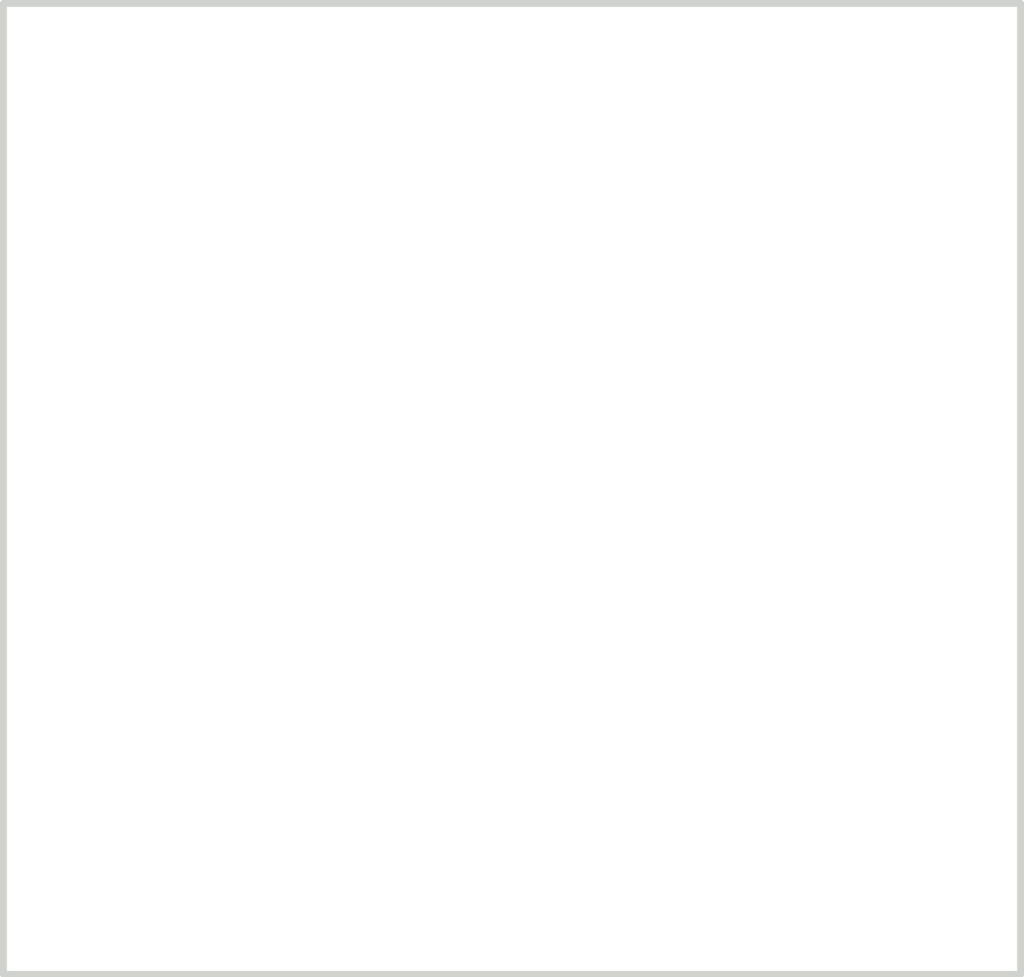
<source format=kicad_pcb>

            
(kicad_pcb (version 20171130) (host pcbnew 5.1.6)

  (page A3)
  (title_block
    (title key_diode)
    (rev v1.0.0)
    (company Unknown)
  )

  (general
    (thickness 1.6)
  )

  (layers
    (0 F.Cu signal)
    (31 B.Cu signal)
    (32 B.Adhes user)
    (33 F.Adhes user)
    (34 B.Paste user)
    (35 F.Paste user)
    (36 B.SilkS user)
    (37 F.SilkS user)
    (38 B.Mask user)
    (39 F.Mask user)
    (40 Dwgs.User user)
    (41 Cmts.User user)
    (42 Eco1.User user)
    (43 Eco2.User user)
    (44 Edge.Cuts user)
    (45 Margin user)
    (46 B.CrtYd user)
    (47 F.CrtYd user)
    (48 B.Fab user)
    (49 F.Fab user)
  )

  (setup
    (last_trace_width 0.25)
    (trace_clearance 0.2)
    (zone_clearance 0.508)
    (zone_45_only no)
    (trace_min 0.2)
    (via_size 0.8)
    (via_drill 0.4)
    (via_min_size 0.4)
    (via_min_drill 0.3)
    (uvia_size 0.3)
    (uvia_drill 0.1)
    (uvias_allowed no)
    (uvia_min_size 0.2)
    (uvia_min_drill 0.1)
    (edge_width 0.05)
    (segment_width 0.2)
    (pcb_text_width 0.3)
    (pcb_text_size 1.5 1.5)
    (mod_edge_width 0.12)
    (mod_text_size 1 1)
    (mod_text_width 0.15)
    (pad_size 1.524 1.524)
    (pad_drill 0.762)
    (pad_to_mask_clearance 0.05)
    (aux_axis_origin 0 0)
    (visible_elements FFFFFF7F)
    (pcbplotparams
      (layerselection 0x010fc_ffffffff)
      (usegerberextensions false)
      (usegerberattributes true)
      (usegerberadvancedattributes true)
      (creategerberjobfile true)
      (excludeedgelayer true)
      (linewidth 0.100000)
      (plotframeref false)
      (viasonmask false)
      (mode 1)
      (useauxorigin false)
      (hpglpennumber 1)
      (hpglpenspeed 20)
      (hpglpendiameter 15.000000)
      (psnegative false)
      (psa4output false)
      (plotreference true)
      (plotvalue true)
      (plotinvisibletext false)
      (padsonsilk false)
      (subtractmaskfromsilk false)
      (outputformat 1)
      (mirror false)
      (drillshape 1)
      (scaleselection 1)
      (outputdirectory ""))
  )

            (net 0 "")
            
  (net_class Default "This is the default net class."
    (clearance 0.2)
    (trace_width 0.25)
    (via_dia 0.8)
    (via_drill 0.4)
    (uvia_dia 0.3)
    (uvia_drill 0.1)
    (add_net "")
  )

            
            (gr_line (start -11 10.5) (end 11 10.5) (angle 90) (layer Edge.Cuts) (width 0.15))
(gr_line (start 11 10.5) (end 11 -10.5) (angle 90) (layer Edge.Cuts) (width 0.15))
(gr_line (start 11 -10.5) (end -11 -10.5) (angle 90) (layer Edge.Cuts) (width 0.15))
(gr_line (start -11 -10.5) (end -11 10.5) (angle 90) (layer Edge.Cuts) (width 0.15))
            
)

        
</source>
